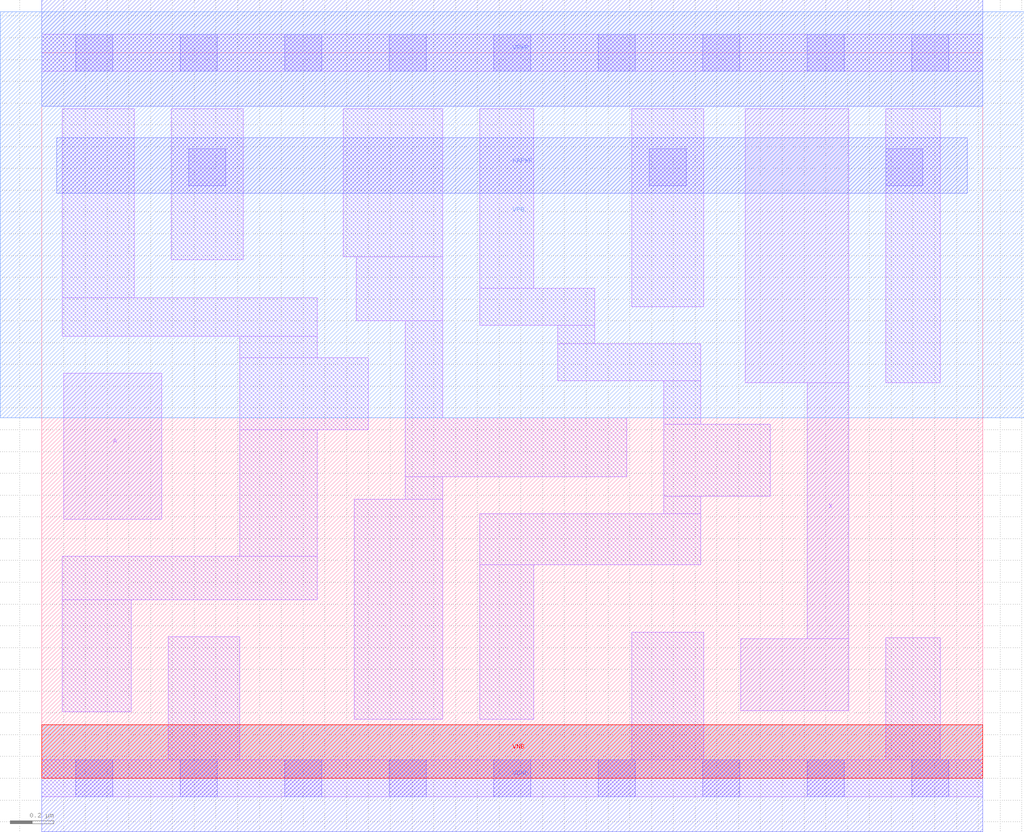
<source format=lef>
# Copyright 2020 The SkyWater PDK Authors
#
# Licensed under the Apache License, Version 2.0 (the "License");
# you may not use this file except in compliance with the License.
# You may obtain a copy of the License at
#
#     https://www.apache.org/licenses/LICENSE-2.0
#
# Unless required by applicable law or agreed to in writing, software
# distributed under the License is distributed on an "AS IS" BASIS,
# WITHOUT WARRANTIES OR CONDITIONS OF ANY KIND, either express or implied.
# See the License for the specific language governing permissions and
# limitations under the License.
#
# SPDX-License-Identifier: Apache-2.0

VERSION 5.7 ;
  NOWIREEXTENSIONATPIN ON ;
  DIVIDERCHAR "/" ;
  BUSBITCHARS "[]" ;
MACRO sky130_fd_sc_lp__dlybuf4s15kapwr_2
  CLASS CORE ;
  FOREIGN sky130_fd_sc_lp__dlybuf4s15kapwr_2 ;
  ORIGIN  0.000000  0.000000 ;
  SIZE  4.320000 BY  3.330000 ;
  SYMMETRY X Y ;
  SITE unit ;
  PIN A
    ANTENNAGATEAREA  0.252000 ;
    DIRECTION INPUT ;
    USE SIGNAL ;
    PORT
      LAYER li1 ;
        RECT 0.100000 1.190000 0.550000 1.860000 ;
    END
  END A
  PIN X
    ANTENNADIFFAREA  0.470400 ;
    DIRECTION OUTPUT ;
    USE SIGNAL ;
    PORT
      LAYER li1 ;
        RECT 3.210000 0.310000 3.705000 0.640000 ;
        RECT 3.230000 1.815000 3.705000 3.075000 ;
        RECT 3.515000 0.640000 3.705000 1.815000 ;
    END
  END X
  PIN KAPWR
    DIRECTION INOUT ;
    USE POWER ;
    PORT
      LAYER met1 ;
        RECT 0.070000 2.685000 4.250000 2.940000 ;
    END
  END KAPWR
  PIN VGND
    DIRECTION INOUT ;
    USE GROUND ;
    PORT
      LAYER met1 ;
        RECT 0.000000 -0.245000 4.320000 0.245000 ;
    END
  END VGND
  PIN VNB
    DIRECTION INOUT ;
    USE GROUND ;
    PORT
      LAYER pwell ;
        RECT 0.000000 0.000000 4.320000 0.245000 ;
    END
  END VNB
  PIN VPB
    DIRECTION INOUT ;
    USE POWER ;
    PORT
      LAYER nwell ;
        RECT -0.190000 1.655000 4.510000 3.520000 ;
    END
  END VPB
  PIN VPWR
    DIRECTION INOUT ;
    USE POWER ;
    PORT
      LAYER met1 ;
        RECT 0.000000 3.085000 4.320000 3.575000 ;
    END
  END VPWR
  OBS
    LAYER li1 ;
      RECT 0.000000 -0.085000 4.320000 0.085000 ;
      RECT 0.000000  3.245000 4.320000 3.415000 ;
      RECT 0.095000  0.305000 0.410000 0.820000 ;
      RECT 0.095000  0.820000 1.265000 1.020000 ;
      RECT 0.095000  2.030000 1.265000 2.205000 ;
      RECT 0.095000  2.205000 0.425000 3.075000 ;
      RECT 0.580000  0.085000 0.910000 0.650000 ;
      RECT 0.595000  2.380000 0.925000 3.075000 ;
      RECT 0.910000  1.020000 1.265000 1.600000 ;
      RECT 0.910000  1.600000 1.500000 1.930000 ;
      RECT 0.910000  1.930000 1.265000 2.030000 ;
      RECT 1.385000  2.395000 1.840000 3.075000 ;
      RECT 1.435000  0.270000 1.840000 1.280000 ;
      RECT 1.445000  2.100000 1.840000 2.395000 ;
      RECT 1.670000  1.280000 1.840000 1.385000 ;
      RECT 1.670000  1.385000 2.685000 1.655000 ;
      RECT 1.670000  1.655000 1.840000 2.100000 ;
      RECT 2.010000  0.270000 2.260000 0.980000 ;
      RECT 2.010000  0.980000 3.025000 1.215000 ;
      RECT 2.010000  2.080000 2.540000 2.250000 ;
      RECT 2.010000  2.250000 2.260000 3.075000 ;
      RECT 2.370000  1.825000 3.025000 1.995000 ;
      RECT 2.370000  1.995000 2.540000 2.080000 ;
      RECT 2.710000  0.085000 3.040000 0.670000 ;
      RECT 2.710000  2.165000 3.040000 3.075000 ;
      RECT 2.855000  1.215000 3.025000 1.295000 ;
      RECT 2.855000  1.295000 3.345000 1.625000 ;
      RECT 2.855000  1.625000 3.025000 1.825000 ;
      RECT 3.875000  0.085000 4.125000 0.645000 ;
      RECT 3.875000  1.815000 4.125000 3.075000 ;
    LAYER mcon ;
      RECT 0.155000 -0.085000 0.325000 0.085000 ;
      RECT 0.155000  3.245000 0.325000 3.415000 ;
      RECT 0.635000 -0.085000 0.805000 0.085000 ;
      RECT 0.635000  3.245000 0.805000 3.415000 ;
      RECT 0.675000  2.720000 0.845000 2.890000 ;
      RECT 1.115000 -0.085000 1.285000 0.085000 ;
      RECT 1.115000  3.245000 1.285000 3.415000 ;
      RECT 1.595000 -0.085000 1.765000 0.085000 ;
      RECT 1.595000  3.245000 1.765000 3.415000 ;
      RECT 2.075000 -0.085000 2.245000 0.085000 ;
      RECT 2.075000  3.245000 2.245000 3.415000 ;
      RECT 2.555000 -0.085000 2.725000 0.085000 ;
      RECT 2.555000  3.245000 2.725000 3.415000 ;
      RECT 2.790000  2.720000 2.960000 2.890000 ;
      RECT 3.035000 -0.085000 3.205000 0.085000 ;
      RECT 3.035000  3.245000 3.205000 3.415000 ;
      RECT 3.515000 -0.085000 3.685000 0.085000 ;
      RECT 3.515000  3.245000 3.685000 3.415000 ;
      RECT 3.875000  2.720000 4.045000 2.890000 ;
      RECT 3.995000 -0.085000 4.165000 0.085000 ;
      RECT 3.995000  3.245000 4.165000 3.415000 ;
  END
END sky130_fd_sc_lp__dlybuf4s15kapwr_2
END LIBRARY

</source>
